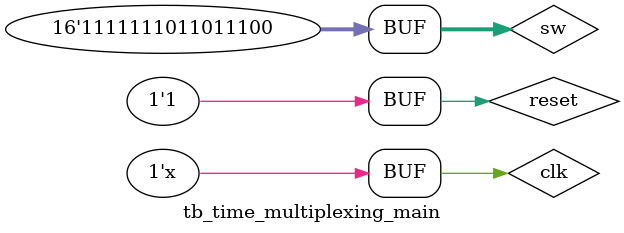
<source format=v>
`timescale 1ns / 1ps


module tb_time_multiplexing_main;

reg clk;
reg reset;
reg [15:0] sw;
wire [3:0] an;
wire [6:0] sseg;

wire slow_clk;


time_multiplexing_main u7(
    .clk(clk),
    .reset(reset),
    .sw(sw),
    .an(an),
    .sseg(sseg)
);

    //module instantiation of the clock divider
    clk_div_disp u5 (.clk(clk), .reset(reset), .clk_out(slow_clk));

initial begin

clk = 1;

#10

reset = 0;
sw = 16'b0011001000010000;

#160;

sw = 16'b0111011001010100;

#160;

sw = 16'b1011101010011000;

#160;

sw = 16'b1111111011011100;

#160;

reset = 1;

#160;
end


always
    #5 clk = ~clk;

endmodule

</source>
